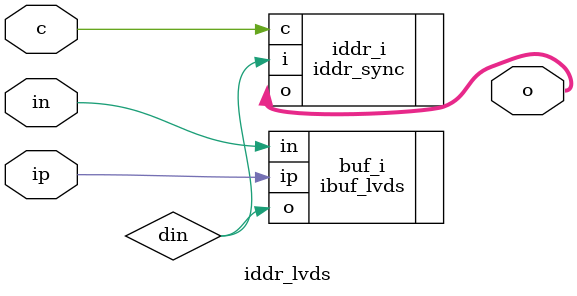
<source format=v>
/*
 * Copyright (C) 2014 Harmon Instruments, LLC
 *
 * This program is free software: you can redistribute it and/or modify
 * it under the terms of the GNU General Public License as published by
 * the Free Software Foundation, either version 3 of the License, or
 * (at your option) any later version.
 *
 * This program is distributed in the hope that it will be useful,
 * but WITHOUT ANY WARRANTY; without even the implied warranty of
 * MERCHANTABILITY or FITNESS FOR A PARTICULAR PURPOSE.  See the
 * GNU General Public License for more details.
 *
 * You should have received a copy of the GNU General Public License
 * along with this program.  If not, see <http://www.gnu.org/licenses/
 *
 */

`timescale 1ns / 1ps

module iddr_lvds(input c, output [1:0] o, input ip, in);
   wire 	din;
   ibuf_lvds buf_i (.o(din), .ip(ip), .in(in));
   iddr_sync iddr_i(.c(c), .i(din), .o(o));
endmodule

</source>
